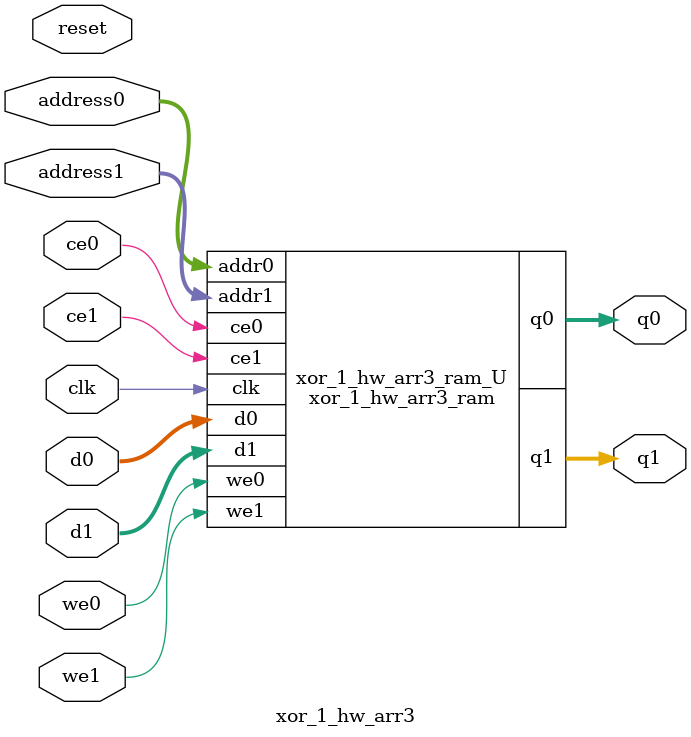
<source format=v>
`timescale 1 ns / 1 ps
module xor_1_hw_arr3_ram (addr0, ce0, d0, we0, q0, addr1, ce1, d1, we1, q1,  clk);

parameter DWIDTH = 7;
parameter AWIDTH = 5;
parameter MEM_SIZE = 32;

input[AWIDTH-1:0] addr0;
input ce0;
input[DWIDTH-1:0] d0;
input we0;
output reg[DWIDTH-1:0] q0;
input[AWIDTH-1:0] addr1;
input ce1;
input[DWIDTH-1:0] d1;
input we1;
output reg[DWIDTH-1:0] q1;
input clk;

(* ram_style = "block" *)reg [DWIDTH-1:0] ram[0:MEM_SIZE-1];




always @(posedge clk)  
begin 
    if (ce0) 
    begin
        if (we0) 
        begin 
            ram[addr0] <= d0; 
        end 
        q0 <= ram[addr0];
    end
end


always @(posedge clk)  
begin 
    if (ce1) 
    begin
        if (we1) 
        begin 
            ram[addr1] <= d1; 
        end 
        q1 <= ram[addr1];
    end
end


endmodule

`timescale 1 ns / 1 ps
module xor_1_hw_arr3(
    reset,
    clk,
    address0,
    ce0,
    we0,
    d0,
    q0,
    address1,
    ce1,
    we1,
    d1,
    q1);

parameter DataWidth = 32'd7;
parameter AddressRange = 32'd32;
parameter AddressWidth = 32'd5;
input reset;
input clk;
input[AddressWidth - 1:0] address0;
input ce0;
input we0;
input[DataWidth - 1:0] d0;
output[DataWidth - 1:0] q0;
input[AddressWidth - 1:0] address1;
input ce1;
input we1;
input[DataWidth - 1:0] d1;
output[DataWidth - 1:0] q1;



xor_1_hw_arr3_ram xor_1_hw_arr3_ram_U(
    .clk( clk ),
    .addr0( address0 ),
    .ce0( ce0 ),
    .we0( we0 ),
    .d0( d0 ),
    .q0( q0 ),
    .addr1( address1 ),
    .ce1( ce1 ),
    .we1( we1 ),
    .d1( d1 ),
    .q1( q1 ));

endmodule


</source>
